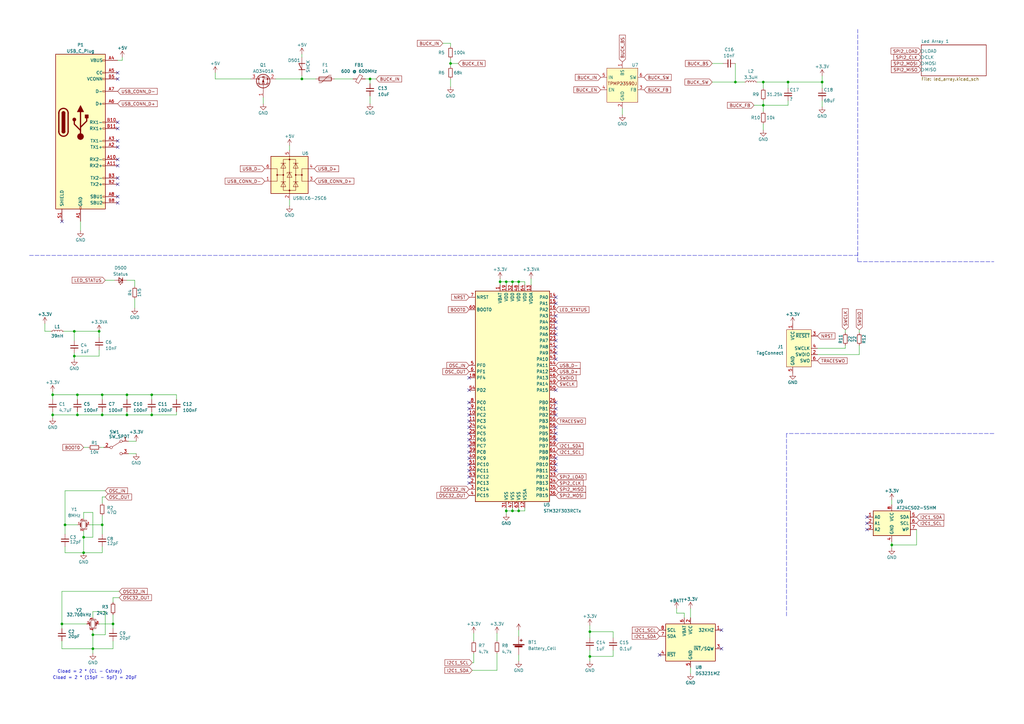
<source format=kicad_sch>
(kicad_sch (version 20230121) (generator eeschema)
  (paper "A3")
  (title_block (title "Wordclock") (rev "1"))
  (lib_symbols
    (symbol "Connector:Conn_ARM_SWD_TagConnect_TC2030" (in_bom no)
      (property "Reference" "J" (at 2.54 11.43 0))
      (property "Value" "Conn_ARM_SWD_TagConnect_TC2030" (at 5.08 8.89 0))
      (symbol "Conn_ARM_SWD_TagConnect_TC2030_0_0"
        (pin power_in line (at -2.54 10.16 270) (length 2.54) (name "VCC") (number "1"))
        (pin bidirectional line (at 7.62 -2.54 180) (length 2.54) (name "SWDIO") (number "2"))
        (pin open_collector line (at 7.62 5.08 180) (length 2.54) (name "~{RESET}") (number "3"))
        (pin output line (at 7.62 0 180) (length 2.54) (name "SWCLK") (number "4"))
        (pin power_in line (at -2.54 -10.16 90) (length 2.54) (name "GND") (number "5"))
        (pin input line (at 7.62 -5.08 180) (length 2.54) (name "SWO") (number "6"))
      )
    )
    (symbol "Connector:USB_C_Plug" (pin_names (offset 1.016))
      (property "Reference" "P" (at -10.16 29.21 0))
      (property "Value" "USB_C_Plug" (at 10.16 29.21 0))
      (symbol "USB_C_Plug_1_1"
        (pin passive line (at 0 -40.64 90) (length 5.08) (name "GND") (number "A1"))
        (pin bidirectional line (at 15.24 -15.24 180) (length 5.08) (name "RX2-") (number "A10"))
        (pin bidirectional line (at 15.24 -17.78 180) (length 5.08) (name "RX2+") (number "A11"))
        (pin passive line (at 0 -40.64 90) (length 5.08) hide (name "GND") (number "A12"))
        (pin bidirectional line (at 15.24 -10.16 180) (length 5.08) (name "TX1+") (number "A2"))
        (pin bidirectional line (at 15.24 -7.62 180) (length 5.08) (name "TX1-") (number "A3"))
        (pin passive line (at 15.24 25.4 180) (length 5.08) (name "VBUS") (number "A4"))
        (pin bidirectional line (at 15.24 20.32 180) (length 5.08) (name "CC") (number "A5"))
        (pin bidirectional line (at 15.24 7.62 180) (length 5.08) (name "D+") (number "A6"))
        (pin bidirectional line (at 15.24 12.7 180) (length 5.08) (name "D-") (number "A7"))
        (pin bidirectional line (at 15.24 -30.48 180) (length 5.08) (name "SBU1") (number "A8"))
        (pin passive line (at 15.24 25.4 180) (length 5.08) hide (name "VBUS") (number "A9"))
        (pin passive line (at 0 -40.64 90) (length 5.08) hide (name "GND") (number "B1"))
        (pin bidirectional line (at 15.24 0 180) (length 5.08) (name "RX1-") (number "B10"))
        (pin bidirectional line (at 15.24 -2.54 180) (length 5.08) (name "RX1+") (number "B11"))
        (pin passive line (at 0 -40.64 90) (length 5.08) hide (name "GND") (number "B12"))
        (pin bidirectional line (at 15.24 -25.4 180) (length 5.08) (name "TX2+") (number "B2"))
        (pin bidirectional line (at 15.24 -22.86 180) (length 5.08) (name "TX2-") (number "B3"))
        (pin passive line (at 15.24 25.4 180) (length 5.08) hide (name "VBUS") (number "B4"))
        (pin bidirectional line (at 15.24 17.78 180) (length 5.08) (name "VCONN") (number "B5"))
        (pin bidirectional line (at 15.24 -33.02 180) (length 5.08) (name "SBU2") (number "B8"))
        (pin passive line (at 15.24 25.4 180) (length 5.08) hide (name "VBUS") (number "B9"))
        (pin passive line (at -7.62 -40.64 90) (length 5.08) (name "SHIELD") (number "S1"))
      )
    )
    (symbol "Device:Battery_Cell" (pin_numbers hide) (pin_names (offset 0) hide)
      (property "Reference" "BT" (at 2.54 2.54 0))
      (property "Value" "Battery_Cell" (at 2.54 0 0))
      (symbol "Battery_Cell_1_1"
        (pin passive line (at 0 5.08 270) (length 2.54) (name "+") (number "1"))
        (pin passive line (at 0 -2.54 90) (length 2.54) (name "-") (number "2"))
      )
    )
    (symbol "Device:C_Small" (pin_numbers hide) (pin_names (offset 0.254) hide)
      (property "Reference" "C" (at 0.254 1.778 0))
      (property "Value" "C_Small" (at 0.254 -2.032 0))
      (symbol "C_Small_1_1"
        (pin passive line (at 0 2.54 270) (length 2.032) (name "~") (number "1"))
        (pin passive line (at 0 -2.54 90) (length 2.032) (name "~") (number "2"))
      )
    )
    (symbol "Device:Crystal_GND24_Small" (pin_names (offset 1.016) hide)
      (property "Reference" "Y" (at 1.27 4.445 0))
      (property "Value" "Crystal_GND24_Small" (at 1.27 2.54 0))
      (symbol "Crystal_GND24_Small_1_1"
        (pin passive line (at -2.54 0 0) (length 1.27) (name "1") (number "1"))
        (pin passive line (at 0 -2.54 90) (length 0.635) (name "2") (number "2"))
        (pin passive line (at 2.54 0 180) (length 1.27) (name "3") (number "3"))
        (pin passive line (at 0 2.54 270) (length 0.635) (name "4") (number "4"))
      )
    )
    (symbol "Device:D_Shockley" (pin_numbers hide) (pin_names (offset 1.016) hide)
      (property "Reference" "D" (at 0 2.54 0))
      (property "Value" "D_Shockley" (at 0 -2.54 0))
      (symbol "D_Shockley_1_1"
        (pin passive line (at -3.81 0 0) (length 2.54) (name "K") (number "1"))
        (pin passive line (at 3.81 0 180) (length 2.54) (name "A") (number "2"))
      )
    )
    (symbol "Device:FerriteBead_Small" (pin_numbers hide) (pin_names (offset 0))
      (property "Reference" "FB" (at 1.905 1.27 0))
      (property "Value" "FerriteBead_Small" (at 1.905 -1.27 0))
      (symbol "FerriteBead_Small_1_1"
        (pin passive line (at 0 2.54 270) (length 1.27) (name "~") (number "1"))
        (pin passive line (at 0 -2.54 90) (length 1.27) (name "~") (number "2"))
      )
    )
    (symbol "Device:LED_Small" (pin_numbers hide) (pin_names (offset 0.254) hide)
      (property "Reference" "D" (at -1.27 3.175 0))
      (property "Value" "LED_Small" (at -4.445 -2.54 0))
      (symbol "LED_Small_1_1"
        (pin passive line (at -2.54 0 0) (length 1.778) (name "K") (number "1"))
        (pin passive line (at 2.54 0 180) (length 1.778) (name "A") (number "2"))
      )
    )
    (symbol "Device:L_Small" (pin_numbers hide) (pin_names (offset 0.254) hide)
      (property "Reference" "L" (at 0.762 1.016 0))
      (property "Value" "L_Small" (at 0.762 -1.016 0))
      (symbol "L_Small_1_1"
        (pin passive line (at 0 2.54 270) (length 0.508) (name "~") (number "1"))
        (pin passive line (at 0 -2.54 90) (length 0.508) (name "~") (number "2"))
      )
    )
    (symbol "Device:Polyfuse" (pin_numbers hide) (pin_names (offset 0))
      (property "Reference" "F" (at -2.54 0 90))
      (property "Value" "Polyfuse" (at 2.54 0 90))
      (symbol "Polyfuse_1_1"
        (pin passive line (at 0 3.81 270) (length 1.27) (name "~") (number "1"))
        (pin passive line (at 0 -3.81 90) (length 1.27) (name "~") (number "2"))
      )
    )
    (symbol "Device:R_Small" (pin_numbers hide) (pin_names (offset 0.254) hide)
      (property "Reference" "R" (at 0.762 0.508 0))
      (property "Value" "R_Small" (at 0.762 -1.016 0))
      (symbol "R_Small_1_1"
        (pin passive line (at 0 2.54 270) (length 0.762) (name "~") (number "1"))
        (pin passive line (at 0 -2.54 90) (length 0.762) (name "~") (number "2"))
      )
    )
    (symbol "Evan:TPMP2359DJ"
      (property "Reference" "U" (at 2.54 10.16 0))
      (symbol "TPMP2359DJ_1_1"
        (text "TPMP2359DJ\n" (at 0 0 0) (effects (font (size 1.27 1.27))))
        (pin input line (at 0 8.89 270) (length 2.54) (name "BS") (number "1"))
        (pin input line (at 0 -10.16 90) (length 2.54) (name "GND") (number "2"))
        (pin input line (at 8.89 -2.54 180) (length 2.54) (name "FB") (number "3"))
        (pin input line (at -8.89 -2.54 0) (length 2.54) (name "EN") (number "4"))
        (pin input line (at -8.89 2.54 0) (length 2.54) (name "IN") (number "5"))
        (pin input line (at 8.89 2.54 180) (length 2.54) (name "SW") (number "6"))
      )
    )
    (symbol "MCU_ST_STM32F3:STM32F303RCTx"
      (property "Reference" "U" (at -15.24 44.45 0))
      (property "Value" "STM32F303RCTx" (at 10.16 44.45 0))
      (symbol "STM32F303RCTx_1_1"
        (pin power_in line (at -5.08 45.72 270) (length 2.54) (name "VBAT") (number "1"))
        (pin bidirectional line (at -17.78 -7.62 0) (length 2.54) (name "PC2") (number "10"))
        (pin bidirectional line (at -17.78 -10.16 0) (length 2.54) (name "PC3") (number "11"))
        (pin power_in line (at 5.08 -45.72 90) (length 2.54) (name "VSSA") (number "12"))
        (pin power_in line (at 7.62 45.72 270) (length 2.54) (name "VDDA") (number "13"))
        (pin bidirectional line (at 17.78 40.64 180) (length 2.54) (name "PA0") (number "14"))
        (pin bidirectional line (at 17.78 38.1 180) (length 2.54) (name "PA1") (number "15"))
        (pin bidirectional line (at 17.78 35.56 180) (length 2.54) (name "PA2") (number "16"))
        (pin bidirectional line (at 17.78 33.02 180) (length 2.54) (name "PA3") (number "17"))
        (pin bidirectional line (at -17.78 7.62 0) (length 2.54) (name "PF4") (number "18"))
        (pin power_in line (at -2.54 45.72 270) (length 2.54) (name "VDD") (number "19"))
        (pin bidirectional line (at -17.78 -35.56 0) (length 2.54) (name "PC13") (number "2"))
        (pin bidirectional line (at 17.78 30.48 180) (length 2.54) (name "PA4") (number "20"))
        (pin bidirectional line (at 17.78 27.94 180) (length 2.54) (name "PA5") (number "21"))
        (pin bidirectional line (at 17.78 25.4 180) (length 2.54) (name "PA6") (number "22"))
        (pin bidirectional line (at 17.78 22.86 180) (length 2.54) (name "PA7") (number "23"))
        (pin bidirectional line (at -17.78 -12.7 0) (length 2.54) (name "PC4") (number "24"))
        (pin bidirectional line (at -17.78 -15.24 0) (length 2.54) (name "PC5") (number "25"))
        (pin bidirectional line (at 17.78 -2.54 180) (length 2.54) (name "PB0") (number "26"))
        (pin bidirectional line (at 17.78 -5.08 180) (length 2.54) (name "PB1") (number "27"))
        (pin bidirectional line (at 17.78 -7.62 180) (length 2.54) (name "PB2") (number "28"))
        (pin bidirectional line (at 17.78 -27.94 180) (length 2.54) (name "PB10") (number "29"))
        (pin bidirectional line (at -17.78 -38.1 0) (length 2.54) (name "PC14") (number "3"))
        (pin bidirectional line (at 17.78 -30.48 180) (length 2.54) (name "PB11") (number "30"))
        (pin power_in line (at -2.54 -45.72 90) (length 2.54) (name "VSS") (number "31"))
        (pin power_in line (at 0 45.72 270) (length 2.54) (name "VDD") (number "32"))
        (pin bidirectional line (at 17.78 -33.02 180) (length 2.54) (name "PB12") (number "33"))
        (pin bidirectional line (at 17.78 -35.56 180) (length 2.54) (name "PB13") (number "34"))
        (pin bidirectional line (at 17.78 -38.1 180) (length 2.54) (name "PB14") (number "35"))
        (pin bidirectional line (at 17.78 -40.64 180) (length 2.54) (name "PB15") (number "36"))
        (pin bidirectional line (at -17.78 -17.78 0) (length 2.54) (name "PC6") (number "37"))
        (pin bidirectional line (at -17.78 -20.32 0) (length 2.54) (name "PC7") (number "38"))
        (pin bidirectional line (at -17.78 -22.86 0) (length 2.54) (name "PC8") (number "39"))
        (pin bidirectional line (at -17.78 -40.64 0) (length 2.54) (name "PC15") (number "4"))
        (pin bidirectional line (at -17.78 -25.4 0) (length 2.54) (name "PC9") (number "40"))
        (pin bidirectional line (at 17.78 20.32 180) (length 2.54) (name "PA8") (number "41"))
        (pin bidirectional line (at 17.78 17.78 180) (length 2.54) (name "PA9") (number "42"))
        (pin bidirectional line (at 17.78 15.24 180) (length 2.54) (name "PA10") (number "43"))
        (pin bidirectional line (at 17.78 12.7 180) (length 2.54) (name "PA11") (number "44"))
        (pin bidirectional line (at 17.78 10.16 180) (length 2.54) (name "PA12") (number "45"))
        (pin bidirectional line (at 17.78 7.62 180) (length 2.54) (name "PA13") (number "46"))
        (pin power_in line (at 0 -45.72 90) (length 2.54) (name "VSS") (number "47"))
        (pin power_in line (at 2.54 45.72 270) (length 2.54) (name "VDD") (number "48"))
        (pin bidirectional line (at 17.78 5.08 180) (length 2.54) (name "PA14") (number "49"))
        (pin input line (at -17.78 12.7 0) (length 2.54) (name "PF0") (number "5"))
        (pin bidirectional line (at 17.78 2.54 180) (length 2.54) (name "PA15") (number "50"))
        (pin bidirectional line (at -17.78 -27.94 0) (length 2.54) (name "PC10") (number "51"))
        (pin bidirectional line (at -17.78 -30.48 0) (length 2.54) (name "PC11") (number "52"))
        (pin bidirectional line (at -17.78 -33.02 0) (length 2.54) (name "PC12") (number "53"))
        (pin bidirectional line (at -17.78 2.54 0) (length 2.54) (name "PD2") (number "54"))
        (pin bidirectional line (at 17.78 -10.16 180) (length 2.54) (name "PB3") (number "55"))
        (pin bidirectional line (at 17.78 -12.7 180) (length 2.54) (name "PB4") (number "56"))
        (pin bidirectional line (at 17.78 -15.24 180) (length 2.54) (name "PB5") (number "57"))
        (pin bidirectional line (at 17.78 -17.78 180) (length 2.54) (name "PB6") (number "58"))
        (pin bidirectional line (at 17.78 -20.32 180) (length 2.54) (name "PB7") (number "59"))
        (pin input line (at -17.78 10.16 0) (length 2.54) (name "PF1") (number "6"))
        (pin input line (at -17.78 35.56 0) (length 2.54) (name "BOOT0") (number "60"))
        (pin bidirectional line (at 17.78 -22.86 180) (length 2.54) (name "PB8") (number "61"))
        (pin bidirectional line (at 17.78 -25.4 180) (length 2.54) (name "PB9") (number "62"))
        (pin power_in line (at 2.54 -45.72 90) (length 2.54) (name "VSS") (number "63"))
        (pin power_in line (at 5.08 45.72 270) (length 2.54) (name "VDD") (number "64"))
        (pin input line (at -17.78 40.64 0) (length 2.54) (name "NRST") (number "7"))
        (pin bidirectional line (at -17.78 -2.54 0) (length 2.54) (name "PC0") (number "8"))
        (pin bidirectional line (at -17.78 -5.08 0) (length 2.54) (name "PC1") (number "9"))
      )
    )
    (symbol "Memory_EEPROM:AT24CS02-SSHM"
      (property "Reference" "U" (at -7.62 6.35 0))
      (property "Value" "AT24CS02-SSHM" (at 2.54 -6.35 0))
      (symbol "AT24CS02-SSHM_1_1"
        (pin input line (at -10.16 2.54 0) (length 2.54) (name "A0") (number "1"))
        (pin input line (at -10.16 0 0) (length 2.54) (name "A1") (number "2"))
        (pin input line (at -10.16 -2.54 0) (length 2.54) (name "A2") (number "3"))
        (pin power_in line (at 0 -7.62 90) (length 2.54) (name "GND") (number "4"))
        (pin bidirectional line (at 10.16 2.54 180) (length 2.54) (name "SDA") (number "5"))
        (pin input line (at 10.16 0 180) (length 2.54) (name "SCL") (number "6"))
        (pin input line (at 10.16 -2.54 180) (length 2.54) (name "WP") (number "7"))
        (pin power_in line (at 0 7.62 270) (length 2.54) (name "VCC") (number "8"))
      )
    )
    (symbol "Power_Protection:USBLC6-2SC6" (pin_names hide)
      (property "Reference" "U" (at 2.54 8.89 0))
      (property "Value" "USBLC6-2SC6" (at 2.54 -8.89 0))
      (symbol "USBLC6-2SC6_1_1"
        (pin passive line (at -10.16 -2.54 0) (length 2.54) (name "I/O1") (number "1"))
        (pin passive line (at 0 -10.16 90) (length 2.54) (name "GND") (number "2"))
        (pin passive line (at 10.16 -2.54 180) (length 2.54) (name "I/O2") (number "3"))
        (pin passive line (at 10.16 2.54 180) (length 2.54) (name "I/O2") (number "4"))
        (pin passive line (at 0 10.16 270) (length 2.54) (name "VBUS") (number "5"))
        (pin passive line (at -10.16 2.54 0) (length 2.54) (name "I/O1") (number "6"))
      )
    )
    (symbol "Switch:SW_SPDT" (pin_names (offset 0) hide)
      (property "Reference" "SW" (at 0 4.318 0))
      (property "Value" "SW_SPDT" (at 0 -5.08 0))
      (symbol "SW_SPDT_1_1"
        (pin passive line (at 5.08 2.54 180) (length 2.54) (name "A") (number "1"))
        (pin passive line (at -5.08 0 0) (length 2.54) (name "B") (number "2"))
        (pin passive line (at 5.08 -2.54 180) (length 2.54) (name "C") (number "3"))
      )
    )
    (symbol "Timer_RTC:DS3231MZ"
      (property "Reference" "U" (at -7.62 8.89 0))
      (property "Value" "DS3231MZ" (at 11.43 8.89 0))
      (symbol "DS3231MZ_1_1"
        (pin open_collector line (at 12.7 5.08 180) (length 2.54) (name "32KHZ") (number "1"))
        (pin power_in line (at 0 10.16 270) (length 2.54) (name "VCC") (number "2"))
        (pin open_collector line (at 12.7 -2.54 180) (length 2.54) (name "~{INT}/SQW") (number "3"))
        (pin bidirectional line (at -12.7 -5.08 0) (length 2.54) (name "~{RST}") (number "4"))
        (pin power_in line (at 0 -10.16 90) (length 2.54) (name "GND") (number "5"))
        (pin power_in line (at -2.54 10.16 270) (length 2.54) (name "VBAT") (number "6"))
        (pin bidirectional line (at -12.7 2.54 0) (length 2.54) (name "SDA") (number "7"))
        (pin input line (at -12.7 5.08 0) (length 2.54) (name "SCL") (number "8"))
      )
    )
    (symbol "Transistor_FET:AO3401A" (pin_names hide)
      (property "Reference" "Q" (at 5.08 1.905 0))
      (property "Value" "AO3401A" (at 5.08 0 0))
      (symbol "AO3401A_1_1"
        (pin input line (at -5.08 0 0) (length 2.54) (name "G") (number "1"))
        (pin passive line (at 2.54 -5.08 90) (length 2.54) (name "S") (number "2"))
        (pin passive line (at 2.54 5.08 270) (length 2.54) (name "D") (number "3"))
      )
    )
    (symbol "power:+3.3V" (power) (pin_names (offset 0))
      (property "Value" "+3.3V" (at 0 3.556 0))
      (symbol "+3.3V_1_1"
        (pin power_in line (at 0 0 90) (length 0) hide (name "+3.3V") (number "1"))
      )
    )
    (symbol "power:+3.3VA" (power) (pin_names (offset 0))
      (property "Value" "+3.3VA" (at 0 3.556 0))
      (symbol "+3.3VA_1_1"
        (pin power_in line (at 0 0 90) (length 0) hide (name "+3.3VA") (number "1"))
      )
    )
    (symbol "power:+5V" (power) (pin_names (offset 0))
      (property "Value" "+5V" (at 0 3.556 0))
      (symbol "+5V_1_1"
        (pin power_in line (at 0 0 90) (length 0) hide (name "+5V") (number "1"))
      )
    )
    (symbol "power:+BATT" (power) (pin_names (offset 0))
      (property "Value" "+BATT" (at 0 3.556 0))
      (symbol "+BATT_1_1"
        (pin power_in line (at 0 0 90) (length 0) hide (name "+BATT") (number "1"))
      )
    )
    (symbol "power:GND" (power) (pin_names (offset 0))
      (property "Value" "GND" (at 0 -3.81 0))
      (symbol "GND_1_1"
        (pin power_in line (at 0 0 270) (length 0) hide (name "GND") (number "1"))
      )
    )
  )
  (junction (at 34.29 226.695))
  (junction (at 301.625 33.655))
  (junction (at 30.48 135.89))
  (junction (at 313.055 33.655))
  (junction (at 31.75 170.18))
  (junction (at 41.91 170.18))
  (junction (at 323.215 33.655))
  (junction (at 30.48 146.05))
  (junction (at 210.185 115.57))
  (junction (at 337.185 33.655))
  (junction (at 210.185 209.55))
  (junction (at 41.91 215.265))
  (junction (at 40.64 135.89))
  (junction (at 21.59 161.925))
  (junction (at 123.825 32.385))
  (junction (at 313.055 43.18))
  (junction (at 41.91 161.925))
  (junction (at 38.1 266.065))
  (junction (at 52.07 170.18))
  (junction (at 151.765 32.385))
  (junction (at 46.355 255.905))
  (junction (at 212.725 115.57))
  (junction (at 62.23 170.18))
  (junction (at 38.1 260.35))
  (junction (at 241.935 269.24))
  (junction (at 365.76 223.52))
  (junction (at 241.935 259.08))
  (junction (at 207.645 209.55))
  (junction (at 184.785 26.035))
  (junction (at 26.67 215.265))
  (junction (at 205.105 115.57))
  (junction (at 31.75 161.925))
  (junction (at 207.645 115.57))
  (junction (at 25.4 255.905))
  (junction (at 52.07 161.925))
  (junction (at 212.725 209.55))
  (junction (at 34.29 220.345))
  (junction (at 62.23 161.925))
  (junction (at 21.59 170.18))
  (no_connect (at 227.965 177.8))
  (no_connect (at 227.965 147.32))
  (no_connect (at 227.965 193.04))
  (no_connect (at 192.405 165.1))
  (no_connect (at 227.965 165.1))
  (no_connect (at 48.26 52.705))
  (no_connect (at 192.405 190.5))
  (no_connect (at 295.91 266.065))
  (no_connect (at 227.965 121.92))
  (no_connect (at 227.965 167.64))
  (no_connect (at 192.405 185.42))
  (no_connect (at 48.26 67.945))
  (no_connect (at 192.405 182.88))
  (no_connect (at 227.965 160.02))
  (no_connect (at 227.965 190.5))
  (no_connect (at 192.405 154.94))
  (no_connect (at 192.405 170.18))
  (no_connect (at 25.4 90.805))
  (no_connect (at 355.6 214.63))
  (no_connect (at 227.965 132.08))
  (no_connect (at 48.26 73.025))
  (no_connect (at 192.405 195.58))
  (no_connect (at 48.26 32.385))
  (no_connect (at 192.405 187.96))
  (no_connect (at 227.965 139.7))
  (no_connect (at 227.965 129.54))
  (no_connect (at 192.405 167.64))
  (no_connect (at 227.965 144.78))
  (no_connect (at 227.965 187.96))
  (no_connect (at 192.405 160.02))
  (no_connect (at 48.26 80.645))
  (no_connect (at 270.51 268.605))
  (no_connect (at 192.405 177.8))
  (no_connect (at 48.26 65.405))
  (no_connect (at 355.6 212.09))
  (no_connect (at 192.405 193.04))
  (no_connect (at 192.405 180.34))
  (no_connect (at 192.405 198.12))
  (no_connect (at 227.965 134.62))
  (no_connect (at 48.26 50.165))
  (no_connect (at 227.965 180.34))
  (no_connect (at 48.26 60.325))
  (no_connect (at 227.965 137.16))
  (no_connect (at 192.405 172.72))
  (no_connect (at 192.405 175.26))
  (no_connect (at 355.6 217.17))
  (no_connect (at 227.965 175.26))
  (no_connect (at 227.965 124.46))
  (no_connect (at 48.26 57.785))
  (no_connect (at 48.26 83.185))
  (no_connect (at 227.965 142.24))
  (no_connect (at 48.26 29.845))
  (no_connect (at 48.26 75.565))
  (no_connect (at 295.91 258.445))
  (no_connect (at 227.965 170.18))
  (wire (pts (xy 301.625 33.655) (xy 305.435 33.655)))
  (wire (pts (xy 26.67 224.155) (xy 26.67 226.695)))
  (wire (pts (xy 72.39 161.925) (xy 72.39 163.83)))
  (wire (pts (xy 52.705 180.975) (xy 55.88 180.975)))
  (wire (pts (xy 36.83 215.265) (xy 41.91 215.265)))
  (wire (pts (xy 46.355 245.11) (xy 48.895 245.11)))
  (wire (pts (xy 41.91 224.155) (xy 41.91 226.695)))
  (wire (pts (xy 25.4 255.905) (xy 35.56 255.905)))
  (wire (pts (xy 309.245 43.18) (xy 313.055 43.18)))
  (wire (pts (xy 352.425 141.605) (xy 352.425 145.415)))
  (wire (pts (xy 52.07 161.925) (xy 52.07 163.83)))
  (wire (pts (xy 33.02 90.805) (xy 33.02 94.615)))
  (wire (pts (xy 215.265 115.57) (xy 215.265 116.84)))
  (wire (pts (xy 21.59 161.925) (xy 31.75 161.925)))
  (wire (pts (xy 30.48 135.89) (xy 26.035 135.89)))
  (wire (pts (xy 210.185 208.28) (xy 210.185 209.55)))
  (wire (pts (xy 26.67 201.295) (xy 26.67 215.265)))
  (wire (pts (xy 212.725 115.57) (xy 212.725 116.84)))
  (wire (pts (xy 151.765 32.385) (xy 154.305 32.385)))
  (wire (pts (xy 21.59 161.925) (xy 21.59 163.83)))
  (wire (pts (xy 62.23 163.83) (xy 62.23 161.925)))
  (wire (pts (xy 207.645 209.55) (xy 210.185 209.55)))
  (wire (pts (xy 41.91 215.265) (xy 41.91 219.075)))
  (wire (pts (xy 210.185 209.55) (xy 212.725 209.55)))
  (wire (pts (xy 62.23 170.18) (xy 72.39 170.18)))
  (wire (pts (xy 21.59 170.18) (xy 31.75 170.18)))
  (wire (pts (xy 241.935 256.54) (xy 241.935 259.08)))
  (wire (pts (xy 207.645 209.55) (xy 207.645 210.82)))
  (wire (pts (xy 149.86 32.385) (xy 151.765 32.385)))
  (wire (pts (xy 210.185 115.57) (xy 210.185 116.84)))
  (wire (pts (xy 212.725 115.57) (xy 215.265 115.57)))
  (wire (pts (xy 194.31 259.715) (xy 194.31 262.89)))
  (wire (pts (xy 31.75 161.925) (xy 41.91 161.925)))
  (wire (pts (xy 34.29 220.345) (xy 34.29 226.695)))
  (wire (pts (xy 38.1 260.35) (xy 38.1 258.445)))
  (wire (pts (xy 113.03 32.385) (xy 123.825 32.385)))
  (wire (pts (xy 352.425 145.415) (xy 335.28 145.415)))
  (wire (pts (xy 241.935 269.24) (xy 241.935 271.145)))
  (wire (pts (xy 30.48 139.7) (xy 30.48 135.89)))
  (wire (pts (xy 34.29 212.725) (xy 34.29 210.185)))
  (wire (pts (xy 38.1 253.365) (xy 38.1 250.825)))
  (wire (pts (xy 50.165 23.495) (xy 50.165 24.765)))
  (wire (pts (xy 46.355 252.095) (xy 46.355 255.905)))
  (wire (pts (xy 217.805 114.3) (xy 217.805 116.84)))
  (wire (pts (xy 38.1 260.35) (xy 38.1 266.065)))
  (wire (pts (xy 43.18 114.935) (xy 46.99 114.935)))
  (wire (pts (xy 41.91 161.925) (xy 41.91 163.83)))
  (wire (pts (xy 151.765 32.385) (xy 151.765 34.29)))
  (wire (pts (xy 41.91 168.91) (xy 41.91 170.18)))
  (wire (pts (xy 323.215 33.655) (xy 323.215 36.195)))
  (wire (pts (xy 346.71 142.875) (xy 335.28 142.875)))
  (wire (pts (xy 292.1 26.035) (xy 296.545 26.035)))
  (wire (pts (xy 18.415 132.715) (xy 18.415 135.89)))
  (wire (pts (xy 72.39 170.18) (xy 72.39 168.91)))
  (wire (pts (xy 212.725 208.28) (xy 212.725 209.55)))
  (wire (pts (xy 26.67 219.075) (xy 26.67 215.265)))
  (wire (pts (xy 313.055 41.275) (xy 313.055 43.18)))
  (wire (pts (xy 43.18 201.295) (xy 26.67 201.295)))
  (wire (pts (xy 41.91 161.925) (xy 52.07 161.925)))
  (wire (pts (xy 251.46 259.08) (xy 251.46 261.62)))
  (wire (pts (xy 283.21 273.685) (xy 283.21 276.225)))
  (wire (pts (xy 38.1 250.825) (xy 43.18 250.825)))
  (wire (pts (xy 118.745 81.915) (xy 118.745 84.455)))
  (wire (pts (xy 365.76 222.25) (xy 365.76 223.52)))
  (wire (pts (xy 193.675 274.955) (xy 203.835 274.955)))
  (wire (pts (xy 41.91 211.455) (xy 41.91 215.265)))
  (wire (pts (xy 184.785 32.385) (xy 184.785 35.56)))
  (wire (pts (xy 31.75 170.18) (xy 41.91 170.18)))
  (wire (pts (xy 38.1 220.345) (xy 34.29 220.345)))
  (wire (pts (xy 184.785 26.035) (xy 184.785 27.305)))
  (wire (pts (xy 30.48 146.05) (xy 40.64 146.05)))
  (wire (pts (xy 205.105 115.57) (xy 205.105 116.84)))
  (wire (pts (xy 40.64 255.905) (xy 46.355 255.905)))
  (wire (pts (xy 31.75 161.925) (xy 31.75 163.83)))
  (wire (pts (xy 46.355 262.89) (xy 46.355 266.065)))
  (wire (pts (xy 18.415 135.89) (xy 20.955 135.89)))
  (wire (pts (xy 207.645 115.57) (xy 207.645 116.84)))
  (wire (pts (xy 205.105 114.3) (xy 205.105 115.57)))
  (wire (pts (xy 277.495 251.46) (xy 280.67 251.46)))
  (wire (pts (xy 184.785 24.13) (xy 184.785 26.035)))
  (wire (pts (xy 241.935 259.08) (xy 241.935 261.62)))
  (wire (pts (xy 277.495 249.555) (xy 277.495 251.46)))
  (wire (pts (xy 181.61 17.78) (xy 184.785 17.78)))
  (wire (pts (xy 151.765 39.37) (xy 151.765 42.545)))
  (wire (pts (xy 210.185 115.57) (xy 212.725 115.57)))
  (wire (pts (xy 40.64 146.05) (xy 40.64 143.51)))
  (wire (pts (xy 55.245 114.935) (xy 55.245 117.475)))
  (wire (pts (xy 118.745 59.69) (xy 118.745 61.595)))
  (wire (pts (xy 25.4 255.905) (xy 25.4 242.57)))
  (wire (pts (xy 337.185 41.275) (xy 337.185 43.815)))
  (wire (pts (xy 365.76 205.105) (xy 365.76 207.01)))
  (polyline (pts (xy 351.79 107.315) (xy 407.67 107.315)) (stroke (width 0) (type dash)))
  (wire (pts (xy 365.76 223.52) (xy 375.92 223.52)))
  (polyline (pts (xy 12.065 104.775) (xy 351.79 104.775)) (stroke (width 0) (type dash)))
  (wire (pts (xy 43.18 260.35) (xy 38.1 260.35)))
  (wire (pts (xy 41.275 183.515) (xy 42.545 183.515)))
  (wire (pts (xy 323.215 43.18) (xy 313.055 43.18)))
  (wire (pts (xy 280.67 251.46) (xy 280.67 253.365)))
  (wire (pts (xy 52.705 186.055) (xy 55.88 186.055)))
  (wire (pts (xy 123.825 32.385) (xy 129.54 32.385)))
  (wire (pts (xy 46.355 266.065) (xy 38.1 266.065)))
  (wire (pts (xy 123.825 31.115) (xy 123.825 32.385)))
  (wire (pts (xy 375.92 223.52) (xy 375.92 217.17)))
  (wire (pts (xy 187.96 26.035) (xy 184.785 26.035)))
  (wire (pts (xy 43.18 250.825) (xy 43.18 260.35)))
  (polyline (pts (xy 322.58 177.8) (xy 322.58 252.73)) (stroke (width 0) (type dash)))
  (wire (pts (xy 207.645 208.28) (xy 207.645 209.55)))
  (wire (pts (xy 41.91 203.835) (xy 41.91 206.375)))
  (wire (pts (xy 46.355 247.015) (xy 46.355 245.11)))
  (wire (pts (xy 21.59 168.91) (xy 21.59 170.18)))
  (wire (pts (xy 34.29 217.805) (xy 34.29 220.345)))
  (wire (pts (xy 38.1 210.185) (xy 38.1 220.345)))
  (wire (pts (xy 207.645 115.57) (xy 210.185 115.57)))
  (wire (pts (xy 323.215 33.655) (xy 337.185 33.655)))
  (wire (pts (xy 346.71 135.255) (xy 346.71 136.525)))
  (wire (pts (xy 203.835 274.955) (xy 203.835 267.97)))
  (wire (pts (xy 52.07 114.935) (xy 55.245 114.935)))
  (wire (pts (xy 41.91 170.18) (xy 52.07 170.18)))
  (wire (pts (xy 34.29 183.515) (xy 36.195 183.515)))
  (wire (pts (xy 52.07 168.91) (xy 52.07 170.18)))
  (wire (pts (xy 31.75 168.91) (xy 31.75 170.18)))
  (wire (pts (xy 346.71 141.605) (xy 346.71 142.875)))
  (wire (pts (xy 313.055 50.8) (xy 313.055 53.34)))
  (wire (pts (xy 313.055 33.655) (xy 313.055 36.195)))
  (wire (pts (xy 212.725 268.605) (xy 212.725 271.145)))
  (wire (pts (xy 40.64 138.43) (xy 40.64 135.89)))
  (wire (pts (xy 88.265 29.845) (xy 88.265 32.385)))
  (wire (pts (xy 301.625 26.035) (xy 301.625 33.655)))
  (wire (pts (xy 215.265 209.55) (xy 215.265 208.28)))
  (wire (pts (xy 40.64 135.89) (xy 30.48 135.89)))
  (wire (pts (xy 313.055 33.655) (xy 323.215 33.655)))
  (wire (pts (xy 283.21 249.555) (xy 283.21 253.365)))
  (wire (pts (xy 365.76 223.52) (xy 365.76 224.79)))
  (wire (pts (xy 50.165 24.765) (xy 48.26 24.765)))
  (polyline (pts (xy 351.79 104.775) (xy 351.79 103.505)))
  (wire (pts (xy 46.355 255.905) (xy 46.355 257.81)))
  (wire (pts (xy 30.48 146.05) (xy 30.48 147.32)))
  (wire (pts (xy 41.91 226.695) (xy 34.29 226.695)))
  (wire (pts (xy 241.935 259.08) (xy 251.46 259.08)))
  (wire (pts (xy 25.4 242.57) (xy 48.895 242.57)))
  (wire (pts (xy 62.23 168.91) (xy 62.23 170.18)))
  (wire (pts (xy 26.67 215.265) (xy 31.75 215.265)))
  (wire (pts (xy 352.425 135.255) (xy 352.425 136.525)))
  (wire (pts (xy 193.675 271.78) (xy 194.31 271.78)))
  (wire (pts (xy 323.215 41.275) (xy 323.215 43.18)))
  (wire (pts (xy 203.835 259.715) (xy 203.835 262.89)))
  (wire (pts (xy 25.4 257.81) (xy 25.4 255.905)))
  (wire (pts (xy 337.185 31.115) (xy 337.185 33.655)))
  (wire (pts (xy 212.725 258.445) (xy 212.725 260.985)))
  (wire (pts (xy 21.59 160.655) (xy 21.59 161.925)))
  (wire (pts (xy 21.59 170.18) (xy 21.59 171.45)))
  (wire (pts (xy 137.16 32.385) (xy 144.78 32.385)))
  (wire (pts (xy 205.105 115.57) (xy 207.645 115.57)))
  (wire (pts (xy 313.055 43.18) (xy 313.055 45.72)))
  (wire (pts (xy 123.825 22.225) (xy 123.825 23.495)))
  (wire (pts (xy 241.935 266.7) (xy 241.935 269.24)))
  (wire (pts (xy 337.185 33.655) (xy 337.185 36.195)))
  (wire (pts (xy 25.4 262.89) (xy 25.4 266.065)))
  (wire (pts (xy 52.07 170.18) (xy 62.23 170.18)))
  (wire (pts (xy 25.4 266.065) (xy 38.1 266.065)))
  (wire (pts (xy 301.625 33.655) (xy 292.1 33.655)))
  (wire (pts (xy 251.46 269.24) (xy 241.935 269.24)))
  (wire (pts (xy 52.07 161.925) (xy 62.23 161.925)))
  (wire (pts (xy 26.67 226.695) (xy 34.29 226.695)))
  (wire (pts (xy 251.46 266.7) (xy 251.46 269.24)))
  (wire (pts (xy 55.245 122.555) (xy 55.245 126.365)))
  (wire (pts (xy 38.1 266.065) (xy 38.1 267.97)))
  (wire (pts (xy 212.725 209.55) (xy 215.265 209.55)))
  (wire (pts (xy 43.18 203.835) (xy 41.91 203.835)))
  (wire (pts (xy 34.29 210.185) (xy 38.1 210.185)))
  (wire (pts (xy 30.48 144.78) (xy 30.48 146.05)))
  (wire (pts (xy 310.515 33.655) (xy 313.055 33.655)))
  (polyline (pts (xy 407.67 177.8) (xy 322.58 177.8)) (stroke (width 0) (type dash)))
  (wire (pts (xy 62.23 161.925) (xy 72.39 161.925)))
  (wire (pts (xy 255.27 44.45) (xy 255.27 46.99)))
  (polyline (pts (xy 351.79 107.315) (xy 351.79 12.065)) (stroke (width 0) (type dash)))
  (wire (pts (xy 184.785 17.78) (xy 184.785 19.05)))
  (wire (pts (xy 88.265 32.385) (xy 102.87 32.385)))
  (wire (pts (xy 107.95 40.005) (xy 107.95 42.545)))
  (wire (pts (xy 194.31 271.78) (xy 194.31 267.97)))
  (text "Cload = 2 * (15pF - 5pF) = 20pF" (at 21.59 278.765 0) (effects (font (size 1.27 1.27)) (justify left bottom)))
  (text "Cload = 2 * (CL - Cstray)" (at 23.495 276.225 0) (effects (font (size 1.27 1.27)) (justify left bottom)))
  (global_label "OSC_IN" (shape input) (at 43.18 201.295 0) (property "Intersheetrefs" "${INTERSHEET_REFS}" (effects hide)))
  (global_label "SPI2_LOAD" (shape input) (at 377.825 20.955 180) (property "Intersheetrefs" "${INTERSHEET_REFS}" (effects hide)))
  (global_label "OSC_OUT" (shape input) (at 192.405 152.4 180) (property "Intersheetrefs" "${INTERSHEET_REFS}" (effects hide)))
  (global_label "BUCK_IN" (shape input) (at 154.305 32.385 0) (property "Intersheetrefs" "${INTERSHEET_REFS}" (effects hide)))
  (global_label "BUCK_FB" (shape input) (at 309.245 43.18 180) (property "Intersheetrefs" "${INTERSHEET_REFS}" (effects hide)))
  (global_label "OSC_IN" (shape input) (at 192.405 149.86 180) (property "Intersheetrefs" "${INTERSHEET_REFS}" (effects hide)))
  (global_label "I2C1_SCL" (shape input) (at 227.965 185.42 0) (property "Intersheetrefs" "${INTERSHEET_REFS}" (effects hide)))
  (global_label "I2C1_SDA" (shape input) (at 193.675 274.955 180) (property "Intersheetrefs" "${INTERSHEET_REFS}" (effects hide)))
  (global_label "USB_D+" (shape input) (at 227.965 152.4 0) (property "Intersheetrefs" "${INTERSHEET_REFS}" (effects hide)))
  (global_label "USB_D-" (shape input) (at 108.585 69.215 180) (property "Intersheetrefs" "${INTERSHEET_REFS}" (effects hide)))
  (global_label "I2C1_SDA" (shape input) (at 270.51 260.985 180) (property "Intersheetrefs" "${INTERSHEET_REFS}" (effects hide)))
  (global_label "OSC32_OUT" (shape input) (at 192.405 203.2 180) (property "Intersheetrefs" "${INTERSHEET_REFS}" (effects hide)))
  (global_label "USB_D-" (shape input) (at 227.965 149.86 0) (property "Intersheetrefs" "${INTERSHEET_REFS}" (effects hide)))
  (global_label "SPI2_MOSI" (shape input) (at 377.825 26.035 180) (property "Intersheetrefs" "${INTERSHEET_REFS}" (effects hide)))
  (global_label "BOOT0" (shape input) (at 34.29 183.515 180) (property "Intersheetrefs" "${INTERSHEET_REFS}" (effects hide)))
  (global_label "BUCK_SW" (shape input) (at 292.1 33.655 180) (property "Intersheetrefs" "${INTERSHEET_REFS}" (effects hide)))
  (global_label "BUCK_SW" (shape input) (at 264.16 31.75 0) (property "Intersheetrefs" "${INTERSHEET_REFS}" (effects hide)))
  (global_label "BUCK_IN" (shape input) (at 246.38 31.75 180) (property "Intersheetrefs" "${INTERSHEET_REFS}" (effects hide)))
  (global_label "SPI2_MISO" (shape input) (at 227.965 200.66 0) (property "Intersheetrefs" "${INTERSHEET_REFS}" (effects hide)))
  (global_label "SPI2_MOSI" (shape input) (at 227.965 203.2 0) (property "Intersheetrefs" "${INTERSHEET_REFS}" (effects hide)))
  (global_label "NRST" (shape input) (at 192.405 121.92 180) (property "Intersheetrefs" "${INTERSHEET_REFS}" (effects hide)))
  (global_label "I2C1_SCL" (shape input) (at 270.51 258.445 180) (property "Intersheetrefs" "${INTERSHEET_REFS}" (effects hide)))
  (global_label "SPI2_MISO" (shape input) (at 377.825 28.575 180) (property "Intersheetrefs" "${INTERSHEET_REFS}" (effects hide)))
  (global_label "USB_D+" (shape input) (at 128.905 69.215 0) (property "Intersheetrefs" "${INTERSHEET_REFS}" (effects hide)))
  (global_label "BUCK_EN" (shape input) (at 246.38 36.83 180) (property "Intersheetrefs" "${INTERSHEET_REFS}" (effects hide)))
  (global_label "BUCK_IN" (shape input) (at 181.61 17.78 180) (property "Intersheetrefs" "${INTERSHEET_REFS}" (effects hide)))
  (global_label "I2C1_SDA" (shape input) (at 375.92 212.09 0) (property "Intersheetrefs" "${INTERSHEET_REFS}" (effects hide)))
  (global_label "USB_CONN_D+" (shape input) (at 128.905 74.295 0) (property "Intersheetrefs" "${INTERSHEET_REFS}" (effects hide)))
  (global_label "SPI2_LOAD" (shape input) (at 227.965 195.58 0) (property "Intersheetrefs" "${INTERSHEET_REFS}" (effects hide)))
  (global_label "BUCK_EN" (shape input) (at 187.96 26.035 0) (property "Intersheetrefs" "${INTERSHEET_REFS}" (effects hide)))
  (global_label "USB_CONN_D-" (shape input) (at 48.26 37.465 0) (property "Intersheetrefs" "${INTERSHEET_REFS}" (effects hide)))
  (global_label "BUCK_FB" (shape input) (at 264.16 36.83 0) (property "Intersheetrefs" "${INTERSHEET_REFS}" (effects hide)))
  (global_label "USB_CONN_D+" (shape input) (at 48.26 42.545 0) (property "Intersheetrefs" "${INTERSHEET_REFS}" (effects hide)))
  (global_label "SWDIO" (shape input) (at 352.425 135.255 90) (property "Intersheetrefs" "${INTERSHEET_REFS}" (effects hide)))
  (global_label "OSC_OUT" (shape input) (at 43.18 203.835 0) (property "Intersheetrefs" "${INTERSHEET_REFS}" (effects hide)))
  (global_label "OSC32_IN" (shape input) (at 192.405 200.66 180) (property "Intersheetrefs" "${INTERSHEET_REFS}" (effects hide)))
  (global_label "SWCLK" (shape input) (at 346.71 135.255 90) (property "Intersheetrefs" "${INTERSHEET_REFS}" (effects hide)))
  (global_label "LED_STATUS" (shape input) (at 227.965 127 0) (property "Intersheetrefs" "${INTERSHEET_REFS}" (effects hide)))
  (global_label "BOOT0" (shape input) (at 192.405 127 180) (property "Intersheetrefs" "${INTERSHEET_REFS}" (effects hide)))
  (global_label "OSC32_IN" (shape input) (at 48.895 242.57 0) (property "Intersheetrefs" "${INTERSHEET_REFS}" (effects hide)))
  (global_label "I2C1_SCL" (shape input) (at 375.92 214.63 0) (property "Intersheetrefs" "${INTERSHEET_REFS}" (effects hide)))
  (global_label "SPI2_CLK" (shape input) (at 227.965 198.12 0) (property "Intersheetrefs" "${INTERSHEET_REFS}" (effects hide)))
  (global_label "SWDIO" (shape input) (at 227.965 154.94 0) (property "Intersheetrefs" "${INTERSHEET_REFS}" (effects hide)))
  (global_label "I2C1_SCL" (shape input) (at 193.675 271.78 180) (property "Intersheetrefs" "${INTERSHEET_REFS}" (effects hide)))
  (global_label "I2C1_SDA" (shape input) (at 227.965 182.88 0) (property "Intersheetrefs" "${INTERSHEET_REFS}" (effects hide)))
  (global_label "BUCK_BS" (shape input) (at 255.27 25.4 90) (property "Intersheetrefs" "${INTERSHEET_REFS}" (effects hide)))
  (global_label "LED_STATUS" (shape input) (at 43.18 114.935 180) (property "Intersheetrefs" "${INTERSHEET_REFS}" (effects hide)))
  (global_label "TRACESWO" (shape input) (at 227.965 172.72 0) (property "Intersheetrefs" "${INTERSHEET_REFS}" (effects hide)))
  (global_label "OSC32_OUT" (shape input) (at 48.895 245.11 0) (property "Intersheetrefs" "${INTERSHEET_REFS}" (effects hide)))
  (global_label "NRST" (shape input) (at 335.28 137.795 0) (property "Intersheetrefs" "${INTERSHEET_REFS}" (effects hide)))
  (global_label "TRACESWO" (shape input) (at 335.28 147.955 0) (property "Intersheetrefs" "${INTERSHEET_REFS}" (effects hide)))
  (global_label "USB_CONN_D-" (shape input) (at 108.585 74.295 180) (property "Intersheetrefs" "${INTERSHEET_REFS}" (effects hide)))
  (global_label "SWCLK" (shape input) (at 227.965 157.48 0) (property "Intersheetrefs" "${INTERSHEET_REFS}" (effects hide)))
  (global_label "SPI2_CLK" (shape input) (at 377.825 23.495 180) (property "Intersheetrefs" "${INTERSHEET_REFS}" (effects hide)))
  (global_label "BUCK_BS" (shape input) (at 292.1 26.035 180) (property "Intersheetrefs" "${INTERSHEET_REFS}" (effects hide)))
  (symbol (lib_id "power:+3.3V") (at 203.835 259.715 0) (unit 1)
    (property "Reference" "#PWR0106" (effects hide))
    (property "Value" "+3.3V" (at 203.835 255.905 0))
  )
  (symbol (lib_id "power:+3.3V") (at 205.105 114.3 0) (unit 1)
    (property "Reference" "#PWR0101" (effects hide))
    (property "Value" "+3.3V" (at 205.105 110.49 0))
  )
  (symbol (lib_id "power:GND") (at 38.1 267.97 0) (mirror y) (unit 1)
    (property "Reference" "#PWR0134" (effects hide))
    (property "Value" "GND" (at 38.1 271.78 0))
  )
  (symbol (lib_id "power:GND") (at 255.27 46.99 0) (unit 1)
    (property "Reference" "#PWR0113" (effects hide))
    (property "Value" "GND" (at 255.27 50.8 0))
  )
  (symbol (lib_id "power:GND") (at 55.245 126.365 0) (unit 1)
    (property "Reference" "#PWR0126" (effects hide))
    (property "Value" "GND" (at 55.245 130.175 0))
  )
  (symbol (lib_id "power:GND") (at 34.29 226.695 0) (mirror y) (unit 1)
    (property "Reference" "#PWR0130" (effects hide))
    (property "Value" "GND" (at 34.29 230.505 0))
  )
  (symbol (lib_id "power:GND") (at 118.745 84.455 0) (unit 1)
    (property "Reference" "#PWR0132" (effects hide))
    (property "Value" "GND" (at 118.745 88.265 0))
  )
  (symbol (lib_id "Device:L_Small") (at 307.975 33.655 90) (unit 1)
    (property "Reference" "L2" (at 307.975 29.21 90))
    (property "Value" "3.3uH" (at 307.975 31.75 90))
    (property "Footprint" "Inductor_SMD:L_0402_1005Metric" (effects hide))
  )
  (symbol (lib_id "power:GND") (at 337.185 43.815 0) (unit 1)
    (property "Reference" "#PWR0110" (effects hide))
    (property "Value" "GND" (at 337.185 47.625 0))
  )
  (symbol (lib_id "power:+5V") (at 50.165 23.495 0) (unit 1)
    (property "Reference" "#PWR0131" (effects hide))
    (property "Value" "+5V" (at 50.165 19.685 0))
  )
  (symbol (lib_id "power:+5V") (at 88.265 29.845 0) (unit 1)
    (property "Reference" "#PWR0133" (effects hide))
    (property "Value" "+5V" (at 88.265 26.035 0))
  )
  (symbol (lib_id "Connector:USB_C_Plug") (at 33.02 50.165 0) (unit 1)
    (property "Reference" "P1" (at 33.02 18.415 0))
    (property "Value" "USB_C_Plug" (at 33.02 20.955 0))
    (property "Footprint" "Connector_USB:USB_C_Receptacle_GCT_USB4115-03-C" (effects hide))
    (property "Datasheet" "https://www.usb.org/sites/default/files/documents/usb_type-c.zip" (effects hide))
  )
  (symbol (lib_id "Device:C_Small") (at 30.48 142.24 0) (unit 1)
    (property "Reference" "C4" (at 33.02 141.6113 0) (effects (justify left)))
    (property "Value" "1uF" (at 33.02 144.1513 0) (effects (justify left)))
    (property "Footprint" "Capacitor_SMD:C_0402_1005Metric" (effects hide))
  )
  (symbol (lib_id "Device:L_Small") (at 23.495 135.89 90) (unit 1)
    (property "Reference" "L1" (at 23.495 133.985 90))
    (property "Value" "39nH" (at 23.495 137.795 90))
    (property "Footprint" "Inductor_SMD:L_Sunlord_MWSA0518S" (effects hide))
  )
  (symbol (lib_id "Device:R_Small") (at 38.735 183.515 90) (unit 1)
    (property "Reference" "R1" (at 38.735 181.61 90))
    (property "Value" "10k" (at 38.735 185.42 90))
    (property "Footprint" "Resistor_SMD:R_0603_1608Metric" (effects hide))
  )
  (symbol (lib_id "power:GND") (at 365.76 224.79 0) (unit 1)
    (property "Reference" "#PWR0117" (effects hide))
    (property "Value" "GND" (at 365.76 228.6 0))
  )
  (symbol (lib_id "Device:C_Small") (at 299.085 26.035 270) (unit 1)
    (property "Reference" "C16" (at 299.0786 20.32 90))
    (property "Value" "10nF" (at 299.0786 22.86 90))
    (property "Footprint" "Capacitor_SMD:C_0603_1608Metric" (effects hide))
  )
  (symbol (lib_id "power:+3.3V") (at 283.21 249.555 0) (unit 1)
    (property "Reference" "#PWR01" (effects hide))
    (property "Value" "+3.3V" (at 283.21 245.745 0))
  )
  (symbol (lib_id "Device:R_Small") (at 46.355 249.555 0) (mirror y) (unit 1)
    (property "Reference" "R3" (at 44.45 248.92 0) (effects (justify left)))
    (property "Value" "242k" (at 44.45 251.46 0) (effects (justify left)))
    (property "Footprint" "Resistor_SMD:R_0402_1005Metric" (effects hide))
  )
  (symbol (lib_id "power:+BATT") (at 277.495 249.555 0) (unit 1)
    (property "Reference" "#PWR0109" (effects hide))
    (property "Value" "+BATT" (at 277.495 246.38 0))
  )
  (symbol (lib_id "Device:Crystal_GND24_Small") (at 38.1 255.905 0) (unit 1)
    (property "Reference" "Y2" (at 32.385 250.19 0))
    (property "Value" "32.768kHz" (at 32.385 252.095 0))
    (property "Footprint" "Crystal:Crystal_SMD_3225-4Pin_3.2x2.5mm" (effects hide))
  )
  (symbol (lib_id "Switch:SW_SPDT") (at 47.625 183.515 0) (unit 1)
    (property "Reference" "SW1" (at 46.99 177.165 0))
    (property "Value" "SW_SPDT" (at 48.895 179.07 0))
    (property "Footprint" "Button_Switch_SMD:SW_SPDT_PCM12" (effects hide))
  )
  (symbol (lib_id "Device:C_Small") (at 41.91 166.37 0) (unit 1)
    (property "Reference" "C7" (at 44.45 165.7413 0) (effects (justify left)))
    (property "Value" "100nF" (at 44.45 168.2813 0) (effects (justify left)))
    (property "Footprint" "Capacitor_SMD:C_0402_1005Metric" (effects hide))
  )
  (symbol (lib_id "Device:C_Small") (at 31.75 166.37 0) (unit 1)
    (property "Reference" "C5" (at 34.29 165.7413 0) (effects (justify left)))
    (property "Value" "100nF" (at 34.29 168.2813 0) (effects (justify left)))
    (property "Footprint" "Capacitor_SMD:C_0402_1005Metric" (effects hide))
  )
  (symbol (lib_id "power:GND") (at 151.765 42.545 0) (unit 1)
    (property "Reference" "#PWR0137" (effects hide))
    (property "Value" "GND" (at 151.765 46.355 0))
  )
  (symbol (lib_id "power:GND") (at 283.21 276.225 0) (unit 1)
    (property "Reference" "#PWR0125" (effects hide))
    (property "Value" "GND" (at 283.21 280.035 0))
  )
  (symbol (lib_id "Device:C_Small") (at 241.935 264.16 0) (unit 1)
    (property "Reference" "C14" (at 244.475 263.5313 0) (effects (justify left)))
    (property "Value" "1uF" (at 244.475 266.0713 0) (effects (justify left)))
    (property "Footprint" "Capacitor_SMD:C_0402_1005Metric" (effects hide))
  )
  (symbol (lib_id "Device:C_Small") (at 251.46 264.16 0) (unit 1)
    (property "Reference" "C15" (at 254 263.5313 0) (effects (justify left)))
    (property "Value" "0.1uF" (at 254 266.0713 0) (effects (justify left)))
    (property "Footprint" "Capacitor_SMD:C_0402_1005Metric" (effects hide))
  )
  (symbol (lib_id "power:+3.3V") (at 337.185 31.115 0) (unit 1)
    (property "Reference" "#PWR0111" (effects hide))
    (property "Value" "+3.3V" (at 337.185 27.305 0))
  )
  (symbol (lib_id "Device:Polyfuse") (at 133.35 32.385 90) (unit 1)
    (property "Reference" "F1" (at 133.35 26.67 90))
    (property "Value" "1A" (at 133.35 29.21 90))
    (property "Footprint" "Fuse:Fuse_1206_3216Metric" (effects hide))
  )
  (symbol (lib_id "Device:R_Small") (at 194.31 265.43 0) (unit 1)
    (property "Reference" "R7" (at 196.215 264.795 0) (effects (justify left)))
    (property "Value" "4.7k" (at 196.215 267.335 0) (effects (justify left)))
    (property "Footprint" "Resistor_SMD:R_0402_1005Metric" (effects hide))
  )
  (symbol (lib_id "MCU_ST_STM32F3:STM32F303RCTx") (at 210.185 162.56 0) (unit 1)
    (property "Reference" "U5" (at 222.885 207.01 0) (effects (justify left)))
    (property "Value" "STM32F303RCTx" (at 222.885 209.55 0) (effects (justify left)))
    (property "Footprint" "Package_QFP:LQFP-64_10x10mm_P0.5mm" (effects hide))
    (property "Datasheet" "http://www.st.com/st-web-ui/static/active/en/resource/technical/document/datasheet/DM00058181.pdf" (effects hide))
  )
  (symbol (lib_id "power:GND") (at 207.645 210.82 0) (unit 1)
    (property "Reference" "#PWR0105" (effects hide))
    (property "Value" "GND" (at 207.645 214.63 0))
  )
  (symbol (lib_id "Timer_RTC:DS3231MZ") (at 283.21 263.525 0) (unit 1)
    (property "Reference" "U8" (at 285.1659 273.685 0) (effects (justify left)))
    (property "Value" "DS3231MZ" (at 285.1659 276.225 0) (effects (justify left)))
    (property "Footprint" "Package_SO:SOIC-8_3.9x4.9mm_P1.27mm" (effects hide))
    (property "Datasheet" "http://datasheets.maximintegrated.com/en/ds/DS3231M.pdf" (effects hide))
  )
  (symbol (lib_id "Memory_EEPROM:AT24CS02-SSHM") (at 365.76 214.63 0) (unit 1)
    (property "Reference" "U9" (at 367.7159 205.74 0) (effects (justify left)))
    (property "Value" "AT24CS02-SSHM" (at 367.7159 208.28 0) (effects (justify left)))
    (property "Footprint" "Package_SO:SOIC-8_3.9x4.9mm_P1.27mm" (effects hide))
    (property "Datasheet" "http://ww1.microchip.com/downloads/en/DeviceDoc/Atmel-8815-SEEPROM-AT24CS01-02-Datasheet.pdf" (effects hide))
  )
  (symbol (lib_id "Device:C_Small") (at 62.23 166.37 0) (unit 1)
    (property "Reference" "C11" (at 64.77 165.7413 0) (effects (justify left)))
    (property "Value" "100nF" (at 64.77 168.2813 0) (effects (justify left)))
    (property "Footprint" "Capacitor_SMD:C_0402_1005Metric" (effects hide))
  )
  (symbol (lib_id "power:+3.3V") (at 55.88 180.975 0) (unit 1)
    (property "Reference" "#PWR0120" (effects hide))
    (property "Value" "+3.3V" (at 55.88 177.165 0))
  )
  (symbol (lib_id "Device:C_Small") (at 25.4 260.35 0) (unit 1)
    (property "Reference" "C2" (at 27.94 259.0737 0) (effects (justify left)))
    (property "Value" "20pF" (at 27.94 260.985 0) (effects (justify left)))
    (property "Footprint" "Capacitor_SMD:C_0402_1005Metric" (effects hide))
  )
  (symbol (lib_id "Device:Crystal_GND24_Small") (at 34.29 215.265 0) (unit 1)
    (property "Reference" "Y1" (at 30.48 208.915 0))
    (property "Value" "8MHz" (at 30.48 211.455 0))
    (property "Footprint" "Crystal:Crystal_SMD_3225-4Pin_3.2x2.5mm" (effects hide))
  )
  (symbol (lib_id "power:+3.3V") (at 18.415 132.715 0) (unit 1)
    (property "Reference" "#PWR0128" (effects hide))
    (property "Value" "+3.3V" (at 18.415 128.905 0))
  )
  (symbol (lib_id "power:+3.3V") (at 325.12 132.715 0) (unit 1)
    (property "Reference" "#PWR0112" (effects hide))
    (property "Value" "+3.3V" (at 325.12 128.905 0))
  )
  (symbol (lib_id "power:GND") (at 313.055 53.34 0) (unit 1)
    (property "Reference" "#PWR0114" (effects hide))
    (property "Value" "GND" (at 313.055 57.15 0))
  )
  (symbol (lib_id "Device:R_Small") (at 203.835 265.43 0) (unit 1)
    (property "Reference" "R8" (at 205.74 264.795 0) (effects (justify left)))
    (property "Value" "4.7k" (at 205.74 267.335 0) (effects (justify left)))
    (property "Footprint" "Resistor_SMD:R_0402_1005Metric" (effects hide))
  )
  (symbol (lib_id "power:GND") (at 212.725 271.145 0) (unit 1)
    (property "Reference" "#PWR0107" (effects hide))
    (property "Value" "GND" (at 212.725 274.955 0))
  )
  (symbol (lib_id "Device:C_Small") (at 26.67 221.615 0) (unit 1)
    (property "Reference" "C3" (at 28.575 220.3387 0) (effects (justify left)))
    (property "Value" "12pF" (at 28.575 222.25 0) (effects (justify left)))
    (property "Footprint" "Capacitor_SMD:C_0402_1005Metric" (effects hide))
  )
  (symbol (lib_id "Device:R_Small") (at 55.245 120.015 180) (unit 1)
    (property "Reference" "R4" (at 53.34 120.015 90))
    (property "Value" "1k5" (at 57.15 120.015 90))
    (property "Footprint" "Resistor_SMD:R_0402_1005Metric" (effects hide))
  )
  (symbol (lib_id "power:GND") (at 33.02 94.615 0) (unit 1)
    (property "Reference" "#PWR0127" (effects hide))
    (property "Value" "GND" (at 33.02 98.425 0))
  )
  (symbol (lib_id "power:+3.3VA") (at 40.64 135.89 0) (unit 1)
    (property "Reference" "#PWR0129" (effects hide))
    (property "Value" "+3.3VA" (at 40.64 132.08 0))
  )
  (symbol (lib_id "Connector:Conn_ARM_SWD_TagConnect_TC2030") (at 327.66 142.875 0) (unit 1) (in_bom no)
    (property "Reference" "J1" (at 321.31 142.24 0) (effects (justify right)))
    (property "Value" "TagConnect" (at 321.31 144.78 0) (effects (justify right)))
    (property "Footprint" "Connector:Tag-Connect_TC2030-IDC-FP_2x03_P1.27mm_Vertical" (effects hide))
    (property "Datasheet" "https://www.tag-connect.com/wp-content/uploads/bsk-pdf-manager/TC2030-CTX_1.pdf" (effects hide))
  )
  (symbol (lib_id "Device:C_Small") (at 323.215 38.735 0) (unit 1)
    (property "Reference" "C17" (at 323.85 36.83 0) (effects (justify left)))
    (property "Value" "?" (at 323.85 40.64 0) (effects (justify left)))
    (property "Footprint" "Capacitor_SMD:C_0603_1608Metric" (effects hide))
  )
  (symbol (lib_id "Device:C_Small") (at 72.39 166.37 0) (unit 1)
    (property "Reference" "C12" (at 74.93 165.7413 0) (effects (justify left)))
    (property "Value" "100nF" (at 74.93 168.2813 0) (effects (justify left)))
    (property "Footprint" "Capacitor_SMD:C_0402_1005Metric" (effects hide))
  )
  (symbol (lib_id "power:+3.3V") (at 21.59 160.655 0) (unit 1)
    (property "Reference" "#PWR0122" (effects hide))
    (property "Value" "+3.3V" (at 21.59 156.845 0))
  )
  (symbol (lib_id "Device:C_Small") (at 52.07 166.37 0) (unit 1)
    (property "Reference" "C10" (at 54.61 165.7413 0) (effects (justify left)))
    (property "Value" "100nF" (at 54.61 168.2813 0) (effects (justify left)))
    (property "Footprint" "Capacitor_SMD:C_0402_1005Metric" (effects hide))
  )
  (symbol (lib_id "Device:C_Small") (at 21.59 166.37 0) (unit 1)
    (property "Reference" "C1" (at 24.13 165.7413 0) (effects (justify left)))
    (property "Value" "4.7uF" (at 24.13 168.2813 0) (effects (justify left)))
    (property "Footprint" "Capacitor_SMD:C_0603_1608Metric" (effects hide))
  )
  (symbol (lib_id "Evan:TPMP2359DJ") (at 255.27 34.29 0) (unit 1)
    (property "Reference" "U7" (at 259.08 26.67 0) (effects (justify left)))
    (property "Value" "~" (at 255.27 34.29 0))
    (property "Footprint" "Package_TO_SOT_SMD:SOT-23-6" (effects hide))
  )
  (symbol (lib_id "Device:R_Small") (at 184.785 29.845 180) (unit 1)
    (property "Reference" "R6" (at 179.705 29.845 0) (effects (justify right)))
    (property "Value" "68k" (at 186.055 29.845 0) (effects (justify right)))
    (property "Footprint" "Resistor_SMD:R_0805_2012Metric" (effects hide))
  )
  (symbol (lib_id "power:+3.3V") (at 365.76 205.105 0) (unit 1)
    (property "Reference" "#PWR0116" (effects hide))
    (property "Value" "+3.3V" (at 365.76 201.295 0))
  )
  (symbol (lib_id "Device:Battery_Cell") (at 212.725 266.065 0) (unit 1)
    (property "Reference" "BT1" (at 216.535 263.398 0) (effects (justify left)))
    (property "Value" "Battery_Cell" (at 216.535 265.938 0) (effects (justify left)))
    (property "Footprint" "Battery:BatteryHolder_Keystone_3002_1x2032" (effects hide))
  )
  (symbol (lib_id "Device:FerriteBead_Small") (at 147.32 32.385 90) (unit 1)
    (property "Reference" "FB1" (at 147.2819 26.67 90))
    (property "Value" "600 @ 600MHz" (at 147.2819 29.21 90))
    (property "Footprint" "Inductor_SMD:L_0805_2012Metric" (effects hide))
  )
  (symbol (lib_id "power:GND") (at 241.935 271.145 0) (unit 1)
    (property "Reference" "#PWR0103" (effects hide))
    (property "Value" "GND" (at 241.935 274.955 0))
  )
  (symbol (lib_id "Device:R_Small") (at 352.425 139.065 0) (unit 1)
    (property "Reference" "R12" (at 354.33 139.065 90))
    (property "Value" "22" (at 350.52 139.065 90))
    (property "Footprint" "Resistor_SMD:R_0603_1608Metric" (effects hide))
  )
  (symbol (lib_id "Device:D_Shockley") (at 123.825 27.305 90) (unit 1)
    (property "Reference" "D501" (at 123.19 24.765 90) (effects (justify left)))
    (property "Value" "SHCK" (at 126.365 29.845 0) (effects (justify left)))
    (property "Footprint" "Diode_SMD:D_SOD-123" (effects hide))
  )
  (symbol (lib_id "Device:R_Small") (at 184.785 21.59 180) (unit 1)
    (property "Reference" "R5" (at 179.705 21.59 0) (effects (justify right)))
    (property "Value" "100k" (at 186.055 21.59 0) (effects (justify right)))
    (property "Footprint" "Resistor_SMD:R_0805_2012Metric" (effects hide))
  )
  (symbol (lib_id "Device:R_Small") (at 346.71 139.065 180) (unit 1)
    (property "Reference" "R11" (at 344.805 139.065 90))
    (property "Value" "22" (at 348.615 139.065 90))
    (property "Footprint" "Resistor_SMD:R_0603_1608Metric" (effects hide))
  )
  (symbol (lib_id "power:+3.3V") (at 194.31 259.715 0) (unit 1)
    (property "Reference" "#PWR0124" (effects hide))
    (property "Value" "+3.3V" (at 194.31 255.905 0))
  )
  (symbol (lib_id "power:GND") (at 55.88 186.055 0) (mirror y) (unit 1)
    (property "Reference" "#PWR0121" (effects hide))
    (property "Value" "GND" (at 55.88 189.865 0))
  )
  (symbol (lib_id "power:+5V") (at 123.825 22.225 0) (unit 1)
    (property "Reference" "#PWR0135" (effects hide))
    (property "Value" "+5V" (at 123.825 18.415 0))
  )
  (symbol (lib_id "power:GND") (at 325.12 153.035 0) (unit 1)
    (property "Reference" "#PWR0118" (effects hide))
    (property "Value" "GND" (at 325.12 156.845 0))
  )
  (symbol (lib_id "power:+3.3V") (at 241.935 256.54 0) (unit 1)
    (property "Reference" "#PWR0108" (effects hide))
    (property "Value" "+3.3V" (at 241.935 252.73 0))
  )
  (symbol (lib_id "Device:R_Small") (at 313.055 38.735 180) (unit 1)
    (property "Reference" "R9" (at 308.61 38.735 0) (effects (justify right)))
    (property "Value" "31.25k" (at 314.325 38.735 0) (effects (justify right)))
    (property "Footprint" "Resistor_SMD:R_0805_2012Metric" (effects hide))
  )
  (symbol (lib_id "Device:C_Small") (at 46.355 260.35 0) (unit 1)
    (property "Reference" "C9" (at 48.895 259.715 0) (effects (justify left)))
    (property "Value" "20pF" (at 48.895 261.62 0) (effects (justify left)))
    (property "Footprint" "Capacitor_SMD:C_0402_1005Metric" (effects hide))
  )
  (symbol (lib_id "Device:R_Small") (at 41.91 208.915 0) (unit 1)
    (property "Reference" "R2" (at 43.815 208.28 0) (effects (justify left)))
    (property "Value" "47Ω" (at 43.815 210.185 0) (effects (justify left)))
    (property "Footprint" "Resistor_SMD:R_0402_1005Metric" (effects hide))
  )
  (symbol (lib_id "Transistor_FET:AO3401A") (at 107.95 34.925 90) (unit 1)
    (property "Reference" "Q1" (at 107.95 26.67 90))
    (property "Value" "AO3401A" (at 107.95 29.21 90))
    (property "Footprint" "Package_TO_SOT_SMD:SOT-23" (effects hide))
    (property "Datasheet" "http://www.aosmd.com/pdfs/datasheet/AO3401A.pdf" (effects hide))
  )
  (symbol (lib_id "Device:C_Small") (at 40.64 140.97 0) (unit 1)
    (property "Reference" "C6" (at 43.18 140.3413 0) (effects (justify left)))
    (property "Value" "10nF" (at 43.18 142.8813 0) (effects (justify left)))
    (property "Footprint" "Capacitor_SMD:C_0402_1005Metric" (effects hide))
  )
  (symbol (lib_id "power:GND") (at 107.95 42.545 0) (unit 1)
    (property "Reference" "#PWR0138" (effects hide))
    (property "Value" "GND" (at 107.95 46.355 0))
  )
  (symbol (lib_id "Device:LED_Small") (at 49.53 114.935 180) (unit 1)
    (property "Reference" "D500" (at 49.4665 109.855 0))
    (property "Value" "Status" (at 49.4665 112.395 0))
    (property "Footprint" "LED_SMD:LED_0603_1608Metric" (effects hide))
  )
  (symbol (lib_id "power:GND") (at 30.48 147.32 0) (unit 1)
    (property "Reference" "#PWR0123" (effects hide))
    (property "Value" "GND" (at 30.48 151.13 0))
  )
  (symbol (lib_id "Power_Protection:USBLC6-2SC6") (at 118.745 71.755 0) (unit 1)
    (property "Reference" "U6" (at 123.825 62.865 0) (effects (justify left)))
    (property "Value" "USBLC6-2SC6" (at 120.015 81.28 0) (effects (justify left)))
    (property "Footprint" "Package_TO_SOT_SMD:SOT-23-6" (effects hide))
    (property "Datasheet" "https://www.st.com/resource/en/datasheet/usblc6-2.pdf" (effects hide))
  )
  (symbol (lib_id "power:GND") (at 184.785 35.56 0) (unit 1)
    (property "Reference" "#PWR0136" (effects hide))
    (property "Value" "GND" (at 184.785 39.37 0))
  )
  (symbol (lib_id "Device:R_Small") (at 313.055 48.26 180) (unit 1)
    (property "Reference" "R10" (at 307.975 48.26 0) (effects (justify right)))
    (property "Value" "10k" (at 314.325 48.26 0) (effects (justify right)))
    (property "Footprint" "Resistor_SMD:R_0805_2012Metric" (effects hide))
  )
  (symbol (lib_id "power:+BATT") (at 212.725 258.445 0) (unit 1)
    (property "Reference" "#PWR0104" (effects hide))
    (property "Value" "+BATT" (effects hide))
  )
  (symbol (lib_id "Device:C_Small") (at 337.185 38.735 0) (unit 1)
    (property "Reference" "C18" (at 337.82 36.83 0) (effects (justify left)))
    (property "Value" "68uF" (at 337.82 41.275 0) (effects (justify left)))
    (property "Footprint" "Capacitor_SMD:C_0603_1608Metric" (effects hide))
  )
  (symbol (lib_id "Device:C_Small") (at 151.765 36.83 0) (unit 1)
    (property "Reference" "C13" (at 154.94 36.2013 0) (effects (justify left)))
    (property "Value" "10uF" (at 154.94 38.7413 0) (effects (justify left)))
    (property "Footprint" "Capacitor_SMD:C_0805_2012Metric" (effects hide))
  )
  (symbol (lib_id "power:GND") (at 21.59 171.45 0) (unit 1)
    (property "Reference" "#PWR0119" (effects hide))
    (property "Value" "GND" (at 21.59 175.26 0))
  )
  (symbol (lib_id "power:+3.3VA") (at 217.805 114.3 0) (unit 1)
    (property "Reference" "#PWR0102" (effects hide))
    (property "Value" "+3.3VA" (at 217.805 110.49 0))
  )
  (symbol (lib_id "Device:C_Small") (at 41.91 221.615 0) (unit 1)
    (property "Reference" "C8" (at 43.815 220.9737 0) (effects (justify left)))
    (property "Value" "12pF" (at 43.815 222.885 0) (effects (justify left)))
    (property "Footprint" "Capacitor_SMD:C_0402_1005Metric" (effects hide))
  )
  (symbol (lib_id "power:+5V") (at 118.745 59.69 0) (unit 1)
    (property "Reference" "#PWR0139" (effects hide))
    (property "Value" "+5V" (at 118.745 55.88 0))
  )
  (sheet (at 377.825 18.415) (size 26.67 12.7) (stroke (width 0.1524))
    (property "Sheetname" "Led Array 1" (at 377.825 17.7034 0) (effects (justify left bottom)))
    (property "Sheetfile" "led_array.kicad_sch" (at 377.825 31.6996 0) (effects (justify left top)))
    (pin "LOAD" input (at 377.825 20.955 180))
    (pin "CLK" input (at 377.825 23.495 180))
    (pin "MOSI" input (at 377.825 26.035 180))
    (pin "MISO" input (at 377.825 28.575 180))
  )
)
</source>
